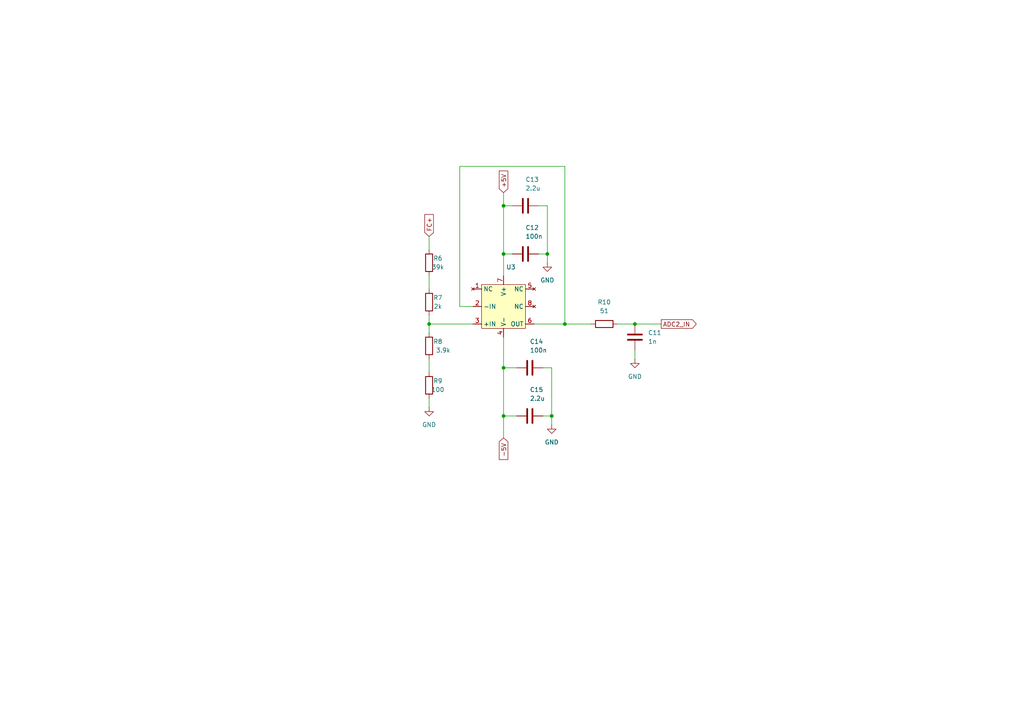
<source format=kicad_sch>
(kicad_sch (version 20250114) (generator "eeschema") (generator_version "9.0")
  (paper "A4")
  (lib_symbols
    (symbol "Device:C" (pin_numbers (hide yes)) (pin_names (offset 0.254))
      (property "Reference" "C" (at 0.635 2.54 0))
      (property "Value" "C" (at 0.635 -2.54 0))
      (symbol "C_0_1"
        (polyline (pts (xy -2.032 0.762) (xy 2.032 0.762)) (stroke (width 0.508)))
        (polyline (pts (xy -2.032 -0.762) (xy 2.032 -0.762)) (stroke (width 0.508)))
      )
      (symbol "C_1_1"
        (pin passive line (at 0 3.81 270) (length 2.794) (name "~") (number "1"))
        (pin passive line (at 0 -3.81 90) (length 2.794) (name "~") (number "2"))
      )
    )
    (symbol "Device:R" (pin_numbers (hide yes)) (pin_names (offset 0))
      (property "Reference" "R" (at 2.032 0 90))
      (property "Value" "R" (at 0 0 90))
      (symbol "R_0_1"
        (rectangle (start -1.016 -2.54) (end 1.016 2.54) (stroke (width 0.254)))
      )
      (symbol "R_1_1"
        (pin passive line (at 0 3.81 270) (length 1.27) (name "~") (number "1"))
        (pin passive line (at 0 -3.81 90) (length 1.27) (name "~") (number "2"))
      )
    )
    (symbol "LT6202-new:LT6202"
      (property "Reference" "U2" (at -24.13 13.97 0))
      (symbol "LT6202_1_1"
        (rectangle (start -31.75 12.7) (end -19.05 0) (fill (type color) (color 255 255 194 1)))
        (pin no_connect line (at -34.29 11.43 0) (length 2.54) (name "NC") (number "1"))
        (pin input line (at -34.29 6.35 0) (length 2.54) (name "-IN") (number "2"))
        (pin input line (at -34.29 1.27 0) (length 2.54) (name "+IN") (number "3"))
        (pin input line (at -25.4 15.24 270) (length 2.54) (name "V+") (number "7"))
        (pin input line (at -25.4 -2.54 90) (length 2.54) (name "V-") (number "4"))
        (pin no_connect line (at -16.51 11.43 180) (length 2.54) (name "NC") (number "5"))
        (pin no_connect line (at -16.51 6.35 180) (length 2.54) (name "NC") (number "8"))
        (pin output line (at -16.51 1.27 180) (length 2.54) (name "OUT") (number "6"))
      )
    )
    (symbol "power:GND" (power) (pin_numbers (hide yes)) (pin_names (offset 0) (hide yes))
      (property "Value" "GND" (at 0 -3.81 0))
      (symbol "GND_0_1"
        (polyline (pts (xy 0 0) (xy 0 -1.27) (xy 1.27 -1.27) (xy 0 -2.54) (xy -1.27 -1.27) (xy 0 -1.27)))
      )
      (symbol "GND_1_1"
        (pin power_in line (at 0 0 270) (length 0) (name "~") (number "1"))
      )
    )
  )
  (junction (at 146.05 120.65))
  (junction (at 160.02 120.65))
  (junction (at 158.75 73.66))
  (junction (at 146.05 59.69))
  (junction (at 163.83 93.98))
  (junction (at 124.46 93.98))
  (junction (at 184.15 93.98))
  (junction (at 146.05 73.66))
  (junction (at 146.05 106.68))
  (wire (pts (xy 158.75 73.66) (xy 158.75 76.2)))
  (wire (pts (xy 137.16 88.9) (xy 133.35 88.9)))
  (wire (pts (xy 160.02 120.65) (xy 160.02 123.19)))
  (wire (pts (xy 146.05 120.65) (xy 149.86 120.65)))
  (wire (pts (xy 133.35 48.26) (xy 163.83 48.26)))
  (wire (pts (xy 124.46 68.58) (xy 124.46 72.39)))
  (wire (pts (xy 156.21 59.69) (xy 158.75 59.69)))
  (wire (pts (xy 133.35 88.9) (xy 133.35 48.26)))
  (wire (pts (xy 124.46 104.14) (xy 124.46 107.95)))
  (wire (pts (xy 146.05 55.88) (xy 146.05 59.69)))
  (wire (pts (xy 146.05 106.68) (xy 149.86 106.68)))
  (wire (pts (xy 156.21 73.66) (xy 158.75 73.66)))
  (wire (pts (xy 154.94 93.98) (xy 163.83 93.98)))
  (wire (pts (xy 179.07 93.98) (xy 184.15 93.98)))
  (wire (pts (xy 163.83 48.26) (xy 163.83 93.98)))
  (wire (pts (xy 146.05 97.79) (xy 146.05 106.68)))
  (wire (pts (xy 146.05 59.69) (xy 148.59 59.69)))
  (wire (pts (xy 146.05 73.66) (xy 146.05 80.01)))
  (wire (pts (xy 163.83 93.98) (xy 171.45 93.98)))
  (wire (pts (xy 124.46 80.01) (xy 124.46 83.82)))
  (wire (pts (xy 157.48 120.65) (xy 160.02 120.65)))
  (wire (pts (xy 146.05 106.68) (xy 146.05 120.65)))
  (wire (pts (xy 184.15 101.6) (xy 184.15 104.14)))
  (wire (pts (xy 184.15 93.98) (xy 191.77 93.98)))
  (wire (pts (xy 146.05 59.69) (xy 146.05 73.66)))
  (wire (pts (xy 146.05 73.66) (xy 148.59 73.66)))
  (wire (pts (xy 124.46 93.98) (xy 137.16 93.98)))
  (wire (pts (xy 124.46 93.98) (xy 124.46 96.52)))
  (wire (pts (xy 124.46 91.44) (xy 124.46 93.98)))
  (wire (pts (xy 160.02 106.68) (xy 160.02 120.65)))
  (wire (pts (xy 157.48 106.68) (xy 160.02 106.68)))
  (wire (pts (xy 158.75 59.69) (xy 158.75 73.66)))
  (wire (pts (xy 124.46 115.57) (xy 124.46 118.11)))
  (wire (pts (xy 146.05 120.65) (xy 146.05 127)))
  (global_label "FC+" (shape input) (at 124.46 68.58 90) (property "Intersheetrefs" "${INTERSHEET_REFS}" (effects (hide yes))))
  (global_label "-5V" (shape input) (at 146.05 127 270) (property "Intersheetrefs" "${INTERSHEET_REFS}" (effects (hide yes))))
  (global_label "+5V" (shape input) (at 146.05 55.88 90) (property "Intersheetrefs" "${INTERSHEET_REFS}" (effects (hide yes))))
  (global_label "ADC2_IN" (shape output) (at 191.77 93.98 0) (property "Intersheetrefs" "${INTERSHEET_REFS}" (effects (hide yes))))
  (symbol (lib_id "Device:C") (at 152.4 59.69 270) (unit 1)
    (property "Reference" "C13" (at 152.4 52.07 90) (effects (justify left)))
    (property "Value" "2.2u" (at 152.4 54.61 90) (effects (justify left)))
    (property "Footprint" "Capacitor_SMD:C_0603_1608Metric_Pad1.08x0.95mm_HandSolder" (effects (hide yes)))
    (property "Description" "Unpolarized capacitor" (effects (hide yes)))
  )
  (symbol (lib_id "Device:R") (at 124.46 87.63 0) (unit 1)
    (property "Reference" "R7" (at 127 86.3599 0))
    (property "Value" "2k" (at 127 88.8999 0))
    (property "Footprint" "Resistor_SMD:R_0603_1608Metric_Pad0.98x0.95mm_HandSolder" (effects (hide yes)))
    (property "Description" "Resistor" (effects (hide yes)))
  )
  (symbol (lib_id "power:GND") (at 184.15 104.14 0) (unit 1)
    (property "Reference" "#PWR17" (effects (hide yes)))
    (property "Value" "GND" (at 184.15 109.22 0))
    (property "Description" "Power symbol creates a global label with name \"GND\" , ground" (effects (hide yes)))
  )
  (symbol (lib_id "Device:R") (at 124.46 111.76 0) (unit 1)
    (property "Reference" "R9" (at 127 110.4899 0))
    (property "Value" "100" (at 127 113.0299 0))
    (property "Footprint" "Resistor_SMD:R_0603_1608Metric_Pad0.98x0.95mm_HandSolder" (effects (hide yes)))
    (property "Description" "Resistor" (effects (hide yes)))
  )
  (symbol (lib_id "power:GND") (at 160.02 123.19 0) (unit 1)
    (property "Reference" "#PWR15" (effects (hide yes)))
    (property "Value" "GND" (at 160.02 128.27 0))
    (property "Description" "Power symbol creates a global label with name \"GND\" , ground" (effects (hide yes)))
  )
  (symbol (lib_id "Device:C") (at 153.67 106.68 270) (unit 1)
    (property "Reference" "C14" (at 153.67 99.06 90) (effects (justify left)))
    (property "Value" "100n" (at 153.67 101.6 90) (effects (justify left)))
    (property "Footprint" "Capacitor_SMD:C_0603_1608Metric_Pad1.08x0.95mm_HandSolder" (effects (hide yes)))
    (property "Description" "Unpolarized capacitor" (effects (hide yes)))
  )
  (symbol (lib_id "Device:C") (at 152.4 73.66 270) (unit 1)
    (property "Reference" "C12" (at 152.4 66.04 90) (effects (justify left)))
    (property "Value" "100n" (at 152.4 68.58 90) (effects (justify left)))
    (property "Footprint" "Capacitor_SMD:C_0603_1608Metric_Pad1.08x0.95mm_HandSolder" (effects (hide yes)))
    (property "Description" "Unpolarized capacitor" (effects (hide yes)))
  )
  (symbol (lib_id "Device:C") (at 184.15 97.79 0) (unit 1)
    (property "Reference" "C11" (at 187.96 96.5199 0) (effects (justify left)))
    (property "Value" "1n" (at 187.96 99.0599 0) (effects (justify left)))
    (property "Footprint" "Capacitor_SMD:C_0603_1608Metric_Pad1.08x0.95mm_HandSolder" (effects (hide yes)))
    (property "Description" "Unpolarized capacitor" (effects (hide yes)))
  )
  (symbol (lib_id "Device:C") (at 153.67 120.65 270) (unit 1)
    (property "Reference" "C15" (at 153.67 113.03 90) (effects (justify left)))
    (property "Value" "2.2u" (at 153.67 115.57 90) (effects (justify left)))
    (property "Footprint" "Capacitor_SMD:C_0603_1608Metric_Pad1.08x0.95mm_HandSolder" (effects (hide yes)))
    (property "Description" "Unpolarized capacitor" (effects (hide yes)))
  )
  (symbol (lib_id "Device:R") (at 124.46 100.33 0) (unit 1)
    (property "Reference" "R8" (at 127 99.0599 0))
    (property "Value" "3.9k" (at 128.524 101.6 0))
    (property "Footprint" "Resistor_SMD:R_0603_1608Metric_Pad0.98x0.95mm_HandSolder" (effects (hide yes)))
    (property "Description" "Resistor" (effects (hide yes)))
  )
  (symbol (lib_id "Device:R") (at 124.46 76.2 0) (unit 1)
    (property "Reference" "R6" (at 127 74.9299 0))
    (property "Value" "39k" (at 127 77.4699 0))
    (property "Footprint" "Resistor_SMD:R_0603_1608Metric_Pad0.98x0.95mm_HandSolder" (effects (hide yes)))
    (property "Description" "Resistor" (effects (hide yes)))
  )
  (symbol (lib_id "LT6202-new:LT6202") (at 171.45 95.25 0) (unit 1)
    (property "Reference" "U3" (at 148.1933 77.47 0))
    (property "Footprint" "LT6202IS8:LT6202IS8" (effects (hide yes)))
  )
  (symbol (lib_id "Device:R") (at 175.26 93.98 90) (unit 1)
    (property "Reference" "R10" (at 175.26 87.63 90))
    (property "Value" "51" (at 175.26 90.17 90))
    (property "Footprint" "Resistor_SMD:R_0603_1608Metric_Pad0.98x0.95mm_HandSolder" (effects (hide yes)))
    (property "Description" "Resistor" (effects (hide yes)))
  )
  (symbol (lib_id "power:GND") (at 124.46 118.11 0) (unit 1)
    (property "Reference" "#PWR16" (effects (hide yes)))
    (property "Value" "GND" (at 124.46 123.19 0))
    (property "Description" "Power symbol creates a global label with name \"GND\" , ground" (effects (hide yes)))
  )
  (symbol (lib_id "power:GND") (at 158.75 76.2 0) (unit 1)
    (property "Reference" "#PWR14" (effects (hide yes)))
    (property "Value" "GND" (at 158.75 81.28 0))
    (property "Description" "Power symbol creates a global label with name \"GND\" , ground" (effects (hide yes)))
  )
)
</source>
